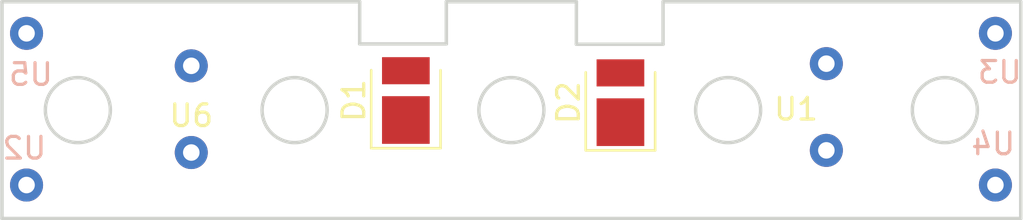
<source format=kicad_pcb>
(kicad_pcb (version 20211014) (generator pcbnew)
  (layers (0 "F.Cu" signal) (31 "B.Cu" signal) (34 "B.Paste" user) (35 "F.Paste" user) (36 "B.SilkS" user "B.Silkscreen") (37 "F.SilkS" user "F.Silkscreen") (38 "B.Mask" user) (39 "F.Mask" user) (44 "Edge.Cuts" user))
  (net 0 "")
  (net 1 "GND")
  (net 2 "Net-(D1-Pad2)")
  (net 3 "Net-(D2-Pad2)")
  (footprint "LED_SMD:LED_PLCC_2835" (layer "F.Cu") (at 101.6 105.1 90)
    (fp_text reference "D1" (at 0 -2.4 90) (layer "F.SilkS"))
    (fp_text value "LED")
    (fp_line (start 1.4 -1.6) (end -2.2 -1.6) (layer "F.SilkS") (width 0.12))
    (fp_line (start 1.4 1.6) (end -2.2 1.6) (layer "F.SilkS") (width 0.12))
    (fp_line (start -2.2 -1.6) (end -2.2 1.6) (layer "F.SilkS") (width 0.12))
    (pad "1" smd rect (at -0.9 0 90) (size 2.2 2.2) (layers "F.Cu" "F.Paste" "F.Mask") (net 1 "GND"))
    (pad "2" smd rect (at 1.375 0 90) (size 1.25 2.2) (layers "F.Cu" "F.Paste" "F.Mask") (net 2 "Net-(D1-Pad2)"))
  )
  (footprint "conn_ld_pcb:conn_sping" (layer "F.Cu") (at 121 107.4 90)
    (fp_text reference "U1" (at 1.9 -1.4 unlocked) (layer "F.SilkS"))
    (fp_text value "gnd_spring" hide)
    (pad "1" thru_hole circle (at 0 0 90) (size 1.524 1.524) (drill 0.762) (layers *.Cu *.Mask) (net 1 "GND"))
    (pad "2" thru_hole circle (at 4 0 90) (size 1.524 1.524) (drill 0.762) (layers *.Cu *.Mask) (net 1 "GND"))
  )
  (footprint "LED_SMD:LED_PLCC_2835" (layer "F.Cu") (at 111.5 105.2 90)
    (fp_text reference "D2" (at 0 -2.4 90) (layer "F.SilkS"))
    (fp_text value "LED")
    (fp_line (start 1.4 1.6) (end -2.2 1.6) (layer "F.SilkS") (width 0.12))
    (fp_line (start -2.2 -1.6) (end -2.2 1.6) (layer "F.SilkS") (width 0.12))
    (fp_line (start 1.4 -1.6) (end -2.2 -1.6) (layer "F.SilkS") (width 0.12))
    (pad "1" smd rect (at -0.9 0 90) (size 2.2 2.2) (layers "F.Cu" "F.Paste" "F.Mask") (net 1 "GND"))
    (pad "2" smd rect (at 1.375 0 90) (size 1.25 2.2) (layers "F.Cu" "F.Paste" "F.Mask") (net 3 "Net-(D2-Pad2)"))
  )
  (footprint "conn_ld_pcb:conn_sping" (layer "F.Cu") (at 91.7 107.5 90)
    (fp_text reference "U6" (at 1.7 0 unlocked) (layer "F.SilkS"))
    (fp_text value "gnd_spring" hide)
    (pad "1" thru_hole circle (at 0 0 90) (size 1.524 1.524) (drill 0.762) (layers *.Cu *.Mask) (net 1 "GND"))
    (pad "2" thru_hole circle (at 4 0 90) (size 1.524 1.524) (drill 0.762) (layers *.Cu *.Mask) (net 1 "GND"))
  )
  (footprint "conn_ld_pcb:led_conn" (layer "B.Cu") (at 84.1 102 180)
    (fp_text reference "U5" (at -0.2 -1.9 unlocked) (layer "B.SilkS") (effects (justify mirror)))
    (fp_text value "gnd_conn")
    (pad "1" thru_hole circle (at 0 0 180) (size 1.524 1.524) (drill 0.762) (layers *.Cu *.Mask) (net 1 "GND"))
  )
  (footprint "conn_ld_pcb:led_conn" (layer "B.Cu") (at 128.8 109)
    (fp_text reference "U4" (at -0.1 -1.9 unlocked) (layer "B.SilkS") (effects (justify mirror)))
    (fp_text value "power_conn")
    (pad "1" thru_hole circle (at 0 0) (size 1.524 1.524) (drill 0.762) (layers *.Cu *.Mask) (net 3 "Net-(D2-Pad2)"))
  )
  (footprint "conn_ld_pcb:led_conn" (layer "B.Cu") (at 84.1 109 180)
    (fp_text reference "U2" (at 0.1 1.7 unlocked) (layer "B.SilkS") (effects (justify mirror)))
    (fp_text value "gnd_conn")
    (pad "1" thru_hole circle (at 0 0 180) (size 1.524 1.524) (drill 0.762) (layers *.Cu *.Mask) (net 1 "GND"))
  )
  (footprint "conn_ld_pcb:led_conn" (layer "B.Cu") (at 128.8 102)
    (fp_text reference "U3" (at 0.2 1.8 unlocked) (layer "B.SilkS") (effects (justify mirror)))
    (fp_text value "power_conn")
    (pad "1" thru_hole circle (at 0 0) (size 1.524 1.524) (drill 0.762) (layers *.Cu *.Mask) (net 2 "Net-(D1-Pad2)"))
  )
  (gr_circle (center 106.467847 105.542824) (end 104.967847 105.542824) (layer "Edge.Cuts") (width 0.16) (fill none))
  (gr_circle (center 116.467847 105.542824) (end 114.967847 105.542824) (layer "Edge.Cuts") (width 0.16) (fill none))
  (gr_line (start 113.467847 100.542824) (end 129.967847 100.542824) (layer "Edge.Cuts") (width 0.16))
  (gr_line (start 99.467847 100.542824) (end 99.467847 102.488602) (layer "Edge.Cuts") (width 0.16))
  (gr_circle (center 126.467847 105.542824) (end 124.967847 105.542824) (layer "Edge.Cuts") (width 0.16) (fill none))
  (gr_circle (center 96.467847 105.542824) (end 94.967847 105.542824) (layer "Edge.Cuts") (width 0.16) (fill none))
  (gr_line (start 129.967847 110.542824) (end 82.967847 110.542824) (layer "Edge.Cuts") (width 0.16))
  (gr_line (start 103.467847 100.542824) (end 109.467847 100.542824) (layer "Edge.Cuts") (width 0.16))
  (gr_line (start 103.467847 100.542824) (end 103.467847 102.488602) (layer "Edge.Cuts") (width 0.16))
  (gr_line (start 113.467847 100.542824) (end 113.467847 102.505234) (layer "Edge.Cuts") (width 0.16))
  (gr_line (start 109.467847 100.542824) (end 109.467847 102.505234) (layer "Edge.Cuts") (width 0.16))
  (gr_line (start 113.467847 102.505234) (end 109.467847 102.505234) (layer "Edge.Cuts") (width 0.16))
  (gr_line (start 129.967847 100.542824) (end 129.967847 110.542824) (layer "Edge.Cuts") (width 0.16))
  (gr_line (start 82.967847 100.542824) (end 99.467847 100.542824) (layer "Edge.Cuts") (width 0.16))
  (gr_line (start 82.967847 110.542824) (end 82.967847 100.542824) (layer "Edge.Cuts") (width 0.16))
  (gr_circle (center 86.467847 105.542824) (end 84.967847 105.542824) (layer "Edge.Cuts") (width 0.16) (fill none))
  (gr_line (start 103.467847 102.488602) (end 99.467847 102.488602) (layer "Edge.Cuts") (width 0.16))
)
</source>
